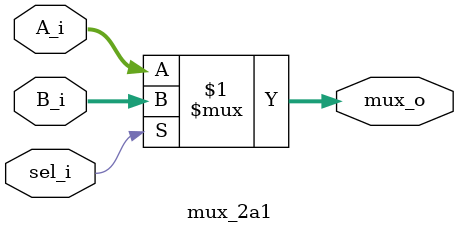
<source format=sv>
module mux_2a1 (
    input logic         sel_i,
    input logic [16:0]  A_i,
    input logic [16:0]  B_i,
    
    output logic [16:0] mux_o

);
        assign mux_o = sel_i ? B_i : A_i;
endmodule
</source>
